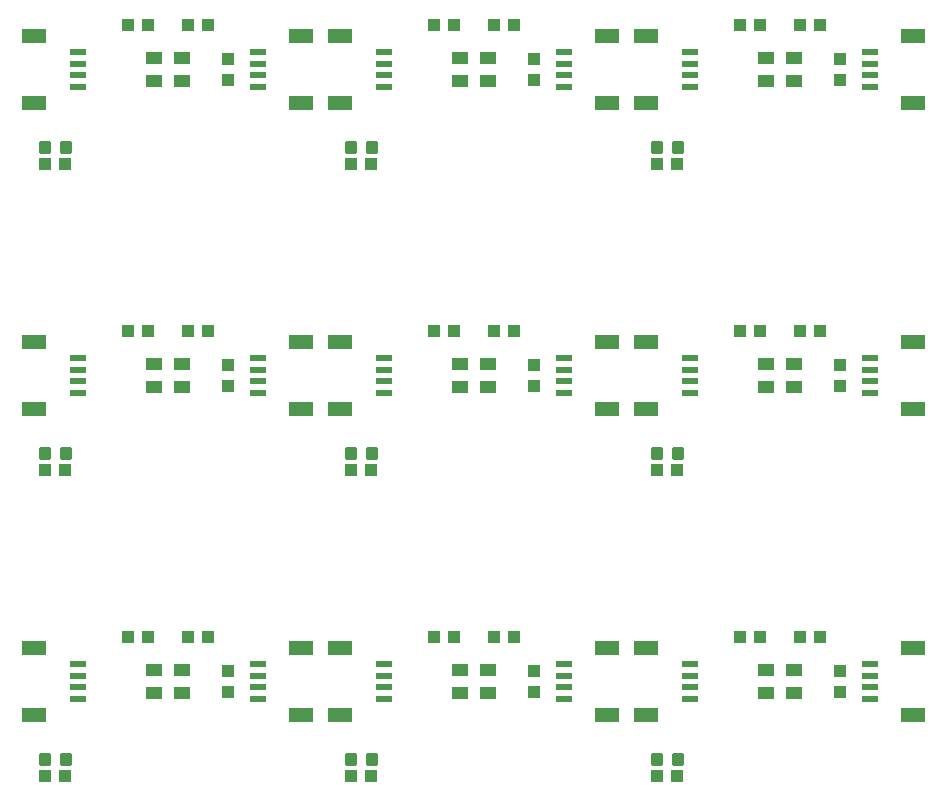
<source format=gtp>
G75*
%MOIN*%
%OFA0B0*%
%FSLAX25Y25*%
%IPPOS*%
%LPD*%
%AMOC8*
5,1,8,0,0,1.08239X$1,22.5*
%
%ADD10R,0.04331X0.03937*%
%ADD11R,0.07874X0.04724*%
%ADD12R,0.05315X0.02362*%
%ADD13R,0.03937X0.04331*%
%ADD14C,0.01181*%
%ADD15R,0.05512X0.03937*%
D10*
X0037904Y0047250D03*
X0044596Y0047250D03*
X0065404Y0093750D03*
X0072096Y0093750D03*
X0085404Y0093750D03*
X0092096Y0093750D03*
X0139904Y0047250D03*
X0146596Y0047250D03*
X0167404Y0093750D03*
X0174096Y0093750D03*
X0187404Y0093750D03*
X0194096Y0093750D03*
X0241904Y0047250D03*
X0248596Y0047250D03*
X0269404Y0093750D03*
X0276096Y0093750D03*
X0289404Y0093750D03*
X0296096Y0093750D03*
X0248596Y0149250D03*
X0241904Y0149250D03*
X0269404Y0195750D03*
X0276096Y0195750D03*
X0289404Y0195750D03*
X0296096Y0195750D03*
X0248596Y0251250D03*
X0241904Y0251250D03*
X0269404Y0297750D03*
X0276096Y0297750D03*
X0289404Y0297750D03*
X0296096Y0297750D03*
X0194096Y0297750D03*
X0187404Y0297750D03*
X0174096Y0297750D03*
X0167404Y0297750D03*
X0146596Y0251250D03*
X0139904Y0251250D03*
X0092096Y0297750D03*
X0085404Y0297750D03*
X0072096Y0297750D03*
X0065404Y0297750D03*
X0044596Y0251250D03*
X0037904Y0251250D03*
X0065404Y0195750D03*
X0072096Y0195750D03*
X0085404Y0195750D03*
X0092096Y0195750D03*
X0044596Y0149250D03*
X0037904Y0149250D03*
X0139904Y0149250D03*
X0146596Y0149250D03*
X0167404Y0195750D03*
X0174096Y0195750D03*
X0187404Y0195750D03*
X0194096Y0195750D03*
D11*
X0225219Y0191774D03*
X0238281Y0191774D03*
X0238281Y0169726D03*
X0225219Y0169726D03*
X0225219Y0089774D03*
X0238281Y0089774D03*
X0238281Y0067726D03*
X0225219Y0067726D03*
X0136281Y0067726D03*
X0123219Y0067726D03*
X0123219Y0089774D03*
X0136281Y0089774D03*
X0136281Y0169726D03*
X0123219Y0169726D03*
X0123219Y0191774D03*
X0136281Y0191774D03*
X0136281Y0271726D03*
X0123219Y0271726D03*
X0123219Y0293774D03*
X0136281Y0293774D03*
X0225219Y0293774D03*
X0238281Y0293774D03*
X0238281Y0271726D03*
X0225219Y0271726D03*
X0327219Y0271726D03*
X0327219Y0293774D03*
X0327219Y0191774D03*
X0327219Y0169726D03*
X0327219Y0089774D03*
X0327219Y0067726D03*
X0034281Y0067726D03*
X0034281Y0089774D03*
X0034281Y0169726D03*
X0034281Y0191774D03*
X0034281Y0271726D03*
X0034281Y0293774D03*
D12*
X0048750Y0288656D03*
X0048750Y0284719D03*
X0048750Y0280781D03*
X0048750Y0276844D03*
X0108750Y0276844D03*
X0108750Y0280781D03*
X0108750Y0284719D03*
X0108750Y0288656D03*
X0150750Y0288656D03*
X0150750Y0284719D03*
X0150750Y0280781D03*
X0150750Y0276844D03*
X0210750Y0276844D03*
X0210750Y0280781D03*
X0210750Y0284719D03*
X0210750Y0288656D03*
X0252750Y0288656D03*
X0252750Y0284719D03*
X0252750Y0280781D03*
X0252750Y0276844D03*
X0312750Y0276844D03*
X0312750Y0280781D03*
X0312750Y0284719D03*
X0312750Y0288656D03*
X0312750Y0186656D03*
X0312750Y0182719D03*
X0312750Y0178781D03*
X0312750Y0174844D03*
X0252750Y0174844D03*
X0252750Y0178781D03*
X0252750Y0182719D03*
X0252750Y0186656D03*
X0210750Y0186656D03*
X0210750Y0182719D03*
X0210750Y0178781D03*
X0210750Y0174844D03*
X0150750Y0174844D03*
X0150750Y0178781D03*
X0150750Y0182719D03*
X0150750Y0186656D03*
X0108750Y0186656D03*
X0108750Y0182719D03*
X0108750Y0178781D03*
X0108750Y0174844D03*
X0048750Y0174844D03*
X0048750Y0178781D03*
X0048750Y0182719D03*
X0048750Y0186656D03*
X0048750Y0084656D03*
X0048750Y0080719D03*
X0048750Y0076781D03*
X0048750Y0072844D03*
X0108750Y0072844D03*
X0108750Y0076781D03*
X0108750Y0080719D03*
X0108750Y0084656D03*
X0150750Y0084656D03*
X0150750Y0080719D03*
X0150750Y0076781D03*
X0150750Y0072844D03*
X0210750Y0072844D03*
X0210750Y0076781D03*
X0210750Y0080719D03*
X0210750Y0084656D03*
X0252750Y0084656D03*
X0252750Y0080719D03*
X0252750Y0076781D03*
X0252750Y0072844D03*
X0312750Y0072844D03*
X0312750Y0076781D03*
X0312750Y0080719D03*
X0312750Y0084656D03*
D13*
X0302750Y0082096D03*
X0302750Y0075404D03*
X0200750Y0075404D03*
X0200750Y0082096D03*
X0098750Y0082096D03*
X0098750Y0075404D03*
X0098750Y0177404D03*
X0098750Y0184096D03*
X0200750Y0184096D03*
X0200750Y0177404D03*
X0302750Y0177404D03*
X0302750Y0184096D03*
X0302750Y0279404D03*
X0302750Y0286096D03*
X0200750Y0286096D03*
X0200750Y0279404D03*
X0098750Y0279404D03*
X0098750Y0286096D03*
D14*
X0138419Y0258128D02*
X0138419Y0255372D01*
X0138419Y0258128D02*
X0141175Y0258128D01*
X0141175Y0255372D01*
X0138419Y0255372D01*
X0138419Y0256552D02*
X0141175Y0256552D01*
X0141175Y0257732D02*
X0138419Y0257732D01*
X0145325Y0258128D02*
X0145325Y0255372D01*
X0145325Y0258128D02*
X0148081Y0258128D01*
X0148081Y0255372D01*
X0145325Y0255372D01*
X0145325Y0256552D02*
X0148081Y0256552D01*
X0148081Y0257732D02*
X0145325Y0257732D01*
X0240419Y0258128D02*
X0240419Y0255372D01*
X0240419Y0258128D02*
X0243175Y0258128D01*
X0243175Y0255372D01*
X0240419Y0255372D01*
X0240419Y0256552D02*
X0243175Y0256552D01*
X0243175Y0257732D02*
X0240419Y0257732D01*
X0247325Y0258128D02*
X0247325Y0255372D01*
X0247325Y0258128D02*
X0250081Y0258128D01*
X0250081Y0255372D01*
X0247325Y0255372D01*
X0247325Y0256552D02*
X0250081Y0256552D01*
X0250081Y0257732D02*
X0247325Y0257732D01*
X0247325Y0156128D02*
X0247325Y0153372D01*
X0247325Y0156128D02*
X0250081Y0156128D01*
X0250081Y0153372D01*
X0247325Y0153372D01*
X0247325Y0154552D02*
X0250081Y0154552D01*
X0250081Y0155732D02*
X0247325Y0155732D01*
X0240419Y0156128D02*
X0240419Y0153372D01*
X0240419Y0156128D02*
X0243175Y0156128D01*
X0243175Y0153372D01*
X0240419Y0153372D01*
X0240419Y0154552D02*
X0243175Y0154552D01*
X0243175Y0155732D02*
X0240419Y0155732D01*
X0145325Y0156128D02*
X0145325Y0153372D01*
X0145325Y0156128D02*
X0148081Y0156128D01*
X0148081Y0153372D01*
X0145325Y0153372D01*
X0145325Y0154552D02*
X0148081Y0154552D01*
X0148081Y0155732D02*
X0145325Y0155732D01*
X0138419Y0156128D02*
X0138419Y0153372D01*
X0138419Y0156128D02*
X0141175Y0156128D01*
X0141175Y0153372D01*
X0138419Y0153372D01*
X0138419Y0154552D02*
X0141175Y0154552D01*
X0141175Y0155732D02*
X0138419Y0155732D01*
X0043325Y0156128D02*
X0043325Y0153372D01*
X0043325Y0156128D02*
X0046081Y0156128D01*
X0046081Y0153372D01*
X0043325Y0153372D01*
X0043325Y0154552D02*
X0046081Y0154552D01*
X0046081Y0155732D02*
X0043325Y0155732D01*
X0036419Y0156128D02*
X0036419Y0153372D01*
X0036419Y0156128D02*
X0039175Y0156128D01*
X0039175Y0153372D01*
X0036419Y0153372D01*
X0036419Y0154552D02*
X0039175Y0154552D01*
X0039175Y0155732D02*
X0036419Y0155732D01*
X0036419Y0054128D02*
X0036419Y0051372D01*
X0036419Y0054128D02*
X0039175Y0054128D01*
X0039175Y0051372D01*
X0036419Y0051372D01*
X0036419Y0052552D02*
X0039175Y0052552D01*
X0039175Y0053732D02*
X0036419Y0053732D01*
X0043325Y0054128D02*
X0043325Y0051372D01*
X0043325Y0054128D02*
X0046081Y0054128D01*
X0046081Y0051372D01*
X0043325Y0051372D01*
X0043325Y0052552D02*
X0046081Y0052552D01*
X0046081Y0053732D02*
X0043325Y0053732D01*
X0138419Y0054128D02*
X0138419Y0051372D01*
X0138419Y0054128D02*
X0141175Y0054128D01*
X0141175Y0051372D01*
X0138419Y0051372D01*
X0138419Y0052552D02*
X0141175Y0052552D01*
X0141175Y0053732D02*
X0138419Y0053732D01*
X0145325Y0054128D02*
X0145325Y0051372D01*
X0145325Y0054128D02*
X0148081Y0054128D01*
X0148081Y0051372D01*
X0145325Y0051372D01*
X0145325Y0052552D02*
X0148081Y0052552D01*
X0148081Y0053732D02*
X0145325Y0053732D01*
X0240419Y0054128D02*
X0240419Y0051372D01*
X0240419Y0054128D02*
X0243175Y0054128D01*
X0243175Y0051372D01*
X0240419Y0051372D01*
X0240419Y0052552D02*
X0243175Y0052552D01*
X0243175Y0053732D02*
X0240419Y0053732D01*
X0247325Y0054128D02*
X0247325Y0051372D01*
X0247325Y0054128D02*
X0250081Y0054128D01*
X0250081Y0051372D01*
X0247325Y0051372D01*
X0247325Y0052552D02*
X0250081Y0052552D01*
X0250081Y0053732D02*
X0247325Y0053732D01*
X0043325Y0255372D02*
X0043325Y0258128D01*
X0046081Y0258128D01*
X0046081Y0255372D01*
X0043325Y0255372D01*
X0043325Y0256552D02*
X0046081Y0256552D01*
X0046081Y0257732D02*
X0043325Y0257732D01*
X0036419Y0258128D02*
X0036419Y0255372D01*
X0036419Y0258128D02*
X0039175Y0258128D01*
X0039175Y0255372D01*
X0036419Y0255372D01*
X0036419Y0256552D02*
X0039175Y0256552D01*
X0039175Y0257732D02*
X0036419Y0257732D01*
D15*
X0074026Y0278813D03*
X0074026Y0286687D03*
X0083474Y0286687D03*
X0083474Y0278813D03*
X0176026Y0278813D03*
X0176026Y0286687D03*
X0185474Y0286687D03*
X0185474Y0278813D03*
X0278026Y0278813D03*
X0278026Y0286687D03*
X0287474Y0286687D03*
X0287474Y0278813D03*
X0287474Y0184687D03*
X0287474Y0176813D03*
X0278026Y0176813D03*
X0278026Y0184687D03*
X0185474Y0184687D03*
X0185474Y0176813D03*
X0176026Y0176813D03*
X0176026Y0184687D03*
X0083474Y0184687D03*
X0083474Y0176813D03*
X0074026Y0176813D03*
X0074026Y0184687D03*
X0074026Y0082687D03*
X0074026Y0074813D03*
X0083474Y0074813D03*
X0083474Y0082687D03*
X0176026Y0082687D03*
X0176026Y0074813D03*
X0185474Y0074813D03*
X0185474Y0082687D03*
X0278026Y0082687D03*
X0278026Y0074813D03*
X0287474Y0074813D03*
X0287474Y0082687D03*
M02*

</source>
